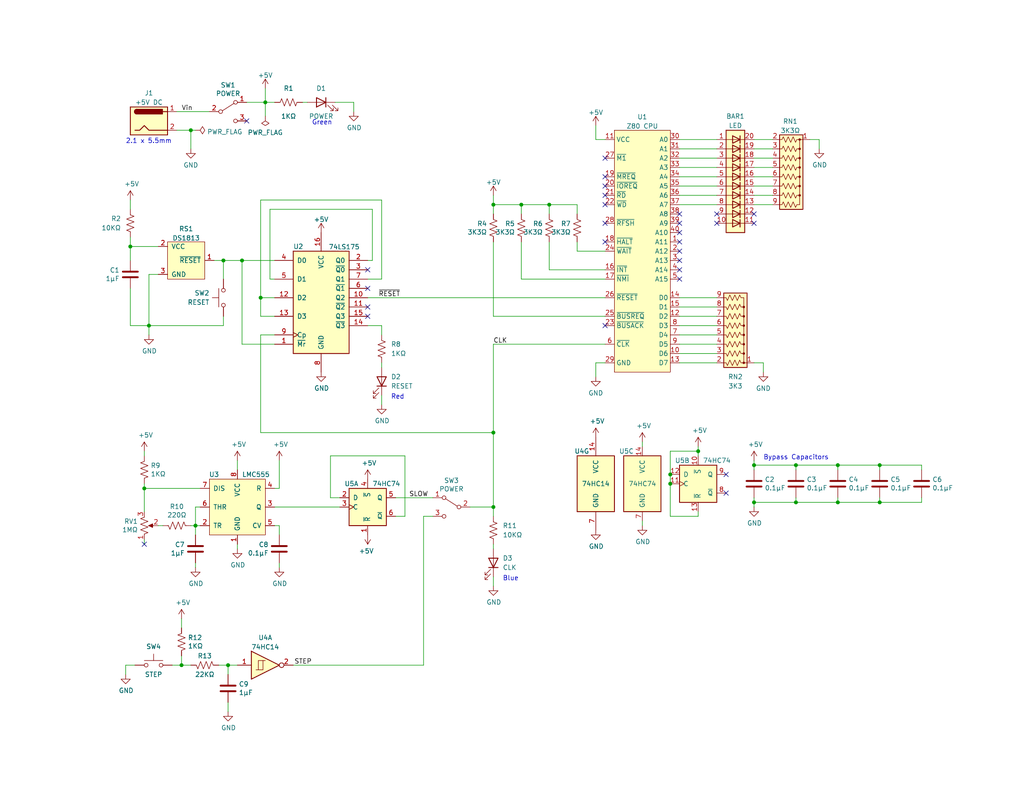
<source format=kicad_sch>
(kicad_sch (version 20211123) (generator eeschema)
  (paper "USLetter")
  (title_block (title "Part 1 - Testing the CPU") (date "2022-09-27") (rev "1") (company "The MicroHobbyist - Frederic Segard"))
  (lib_symbols
    (symbol "0_Fred's_Local_Library:LMC555" (pin_names (offset 1.016))
      (property "Reference" "U" (at -5.08 0 0))
      (property "Value" "LMC555" (at 1.27 0 0))
      (symbol "LMC555_1_1"
        (pin power_in line (at 0 -19.05 90) (length 2.54) (name "GND") (number "1"))
        (pin input line (at -10.16 -13.97 0) (length 2.54) (name "TR") (number "2"))
        (pin output line (at 10.16 -8.89 180) (length 2.54) (name "Q") (number "3"))
        (pin input line (at 10.16 -3.81 180) (length 2.54) (name "R") (number "4"))
        (pin input line (at 10.16 -13.97 180) (length 2.54) (name "CV") (number "5"))
        (pin input line (at -10.16 -8.89 0) (length 2.54) (name "THR") (number "6"))
        (pin input line (at -10.16 -3.81 0) (length 2.54) (name "DIS") (number "7"))
        (pin power_in line (at 0 1.27 270) (length 2.54) (name "VCC") (number "8"))
      )
    )
    (symbol "0_Z80_Library:DS1813" (pin_names (offset 1.016))
      (property "Reference" "RS" (at 0 2.54 0))
      (property "Value" "DS1813" (at 0 0 0))
      (symbol "DS1813_1_1"
        (pin output line (at 7.62 -6.35 180) (length 2.54) (name "~{RESET}") (number "1"))
        (pin input line (at -7.62 -2.54 0) (length 2.54) (name "VCC") (number "2"))
        (pin power_in line (at -7.62 -10.16 0) (length 2.54) (name "GND") (number "3"))
      )
    )
    (symbol "0_Z80_Library:Z80 CPU"
      (property "Reference" "U" (at -7.62 1.27 0))
      (property "Value" "Z80 CPU" (at 7.62 1.27 0))
      (symbol "Z80 CPU_1_1"
        (pin output line (at 10.16 -30.48 180) (length 2.54) (name "A11") (number "1"))
        (pin bidirectional line (at 10.16 -60.96 180) (length 2.54) (name "D6") (number "10"))
        (pin power_in line (at -10.16 -2.54 0) (length 2.54) (name "VCC") (number "11"))
        (pin bidirectional line (at 10.16 -50.8 180) (length 2.54) (name "D2") (number "12"))
        (pin bidirectional line (at 10.16 -63.5 180) (length 2.54) (name "D7") (number "13"))
        (pin bidirectional line (at 10.16 -45.72 180) (length 2.54) (name "D0") (number "14"))
        (pin bidirectional line (at 10.16 -48.26 180) (length 2.54) (name "D1") (number "15"))
        (pin input line (at -10.16 -38.1 0) (length 2.54) (name "~{INT}") (number "16"))
        (pin input line (at -10.16 -40.64 0) (length 2.54) (name "~{NMI}") (number "17"))
        (pin output line (at -10.16 -30.48 0) (length 2.54) (name "~{HALT}") (number "18"))
        (pin output line (at -10.16 -12.7 0) (length 2.54) (name "~{MREQ}") (number "19"))
        (pin output line (at 10.16 -33.02 180) (length 2.54) (name "A12") (number "2"))
        (pin output line (at -10.16 -15.24 0) (length 2.54) (name "~{IOREQ}") (number "20"))
        (pin output line (at -10.16 -17.78 0) (length 2.54) (name "~{RD}") (number "21"))
        (pin output line (at -10.16 -20.32 0) (length 2.54) (name "~{WD}") (number "22"))
        (pin output line (at -10.16 -53.34 0) (length 2.54) (name "~{BUSACK}") (number "23"))
        (pin input line (at -10.16 -33.02 0) (length 2.54) (name "~{WAIT}") (number "24"))
        (pin input line (at -10.16 -50.8 0) (length 2.54) (name "~{BUSREQ}") (number "25"))
        (pin input line (at -10.16 -45.72 0) (length 2.54) (name "~{RESET}") (number "26"))
        (pin output line (at -10.16 -7.62 0) (length 2.54) (name "~{M1}") (number "27"))
        (pin output line (at -10.16 -25.4 0) (length 2.54) (name "~{RFSH}") (number "28"))
        (pin power_in line (at -10.16 -63.5 0) (length 2.54) (name "GND") (number "29"))
        (pin output line (at 10.16 -35.56 180) (length 2.54) (name "A13") (number "3"))
        (pin output line (at 10.16 -2.54 180) (length 2.54) (name "A0") (number "30"))
        (pin output line (at 10.16 -5.08 180) (length 2.54) (name "A1") (number "31"))
        (pin output line (at 10.16 -7.62 180) (length 2.54) (name "A2") (number "32"))
        (pin output line (at 10.16 -10.16 180) (length 2.54) (name "A3") (number "33"))
        (pin output line (at 10.16 -12.7 180) (length 2.54) (name "A4") (number "34"))
        (pin output line (at 10.16 -15.24 180) (length 2.54) (name "A5") (number "35"))
        (pin output line (at 10.16 -17.78 180) (length 2.54) (name "A6") (number "36"))
        (pin output line (at 10.16 -20.32 180) (length 2.54) (name "A7") (number "37"))
        (pin output line (at 10.16 -22.86 180) (length 2.54) (name "A8") (number "38"))
        (pin output line (at 10.16 -25.4 180) (length 2.54) (name "A9") (number "39"))
        (pin output line (at 10.16 -38.1 180) (length 2.54) (name "A14") (number "4"))
        (pin output line (at 10.16 -27.94 180) (length 2.54) (name "A10") (number "40"))
        (pin output line (at 10.16 -40.64 180) (length 2.54) (name "A15") (number "5"))
        (pin input line (at -10.16 -58.42 0) (length 2.54) (name "~{CLK}") (number "6"))
        (pin bidirectional line (at 10.16 -55.88 180) (length 2.54) (name "D4") (number "7"))
        (pin bidirectional line (at 10.16 -53.34 180) (length 2.54) (name "D3") (number "8"))
        (pin bidirectional line (at 10.16 -58.42 180) (length 2.54) (name "D5") (number "9"))
      )
    )
    (symbol "74xx:74HC14" (pin_names (offset 1.016))
      (property "Reference" "U" (at 0 1.27 0))
      (property "Value" "74HC14" (at 0 -1.27 0))
      (symbol "74HC14_1_0"
        (pin input line (at -7.62 0 0) (length 3.81) (name "~") (number "1"))
        (pin output inverted (at 7.62 0 180) (length 3.81) (name "~") (number "2"))
      )
      (symbol "74HC14_2_0"
        (pin input line (at -7.62 0 0) (length 3.81) (name "~") (number "3"))
        (pin output inverted (at 7.62 0 180) (length 3.81) (name "~") (number "4"))
      )
      (symbol "74HC14_3_0"
        (pin input line (at -7.62 0 0) (length 3.81) (name "~") (number "5"))
        (pin output inverted (at 7.62 0 180) (length 3.81) (name "~") (number "6"))
      )
      (symbol "74HC14_4_0"
        (pin output inverted (at 7.62 0 180) (length 3.81) (name "~") (number "8"))
        (pin input line (at -7.62 0 0) (length 3.81) (name "~") (number "9"))
      )
      (symbol "74HC14_5_0"
        (pin output inverted (at 7.62 0 180) (length 3.81) (name "~") (number "10"))
        (pin input line (at -7.62 0 0) (length 3.81) (name "~") (number "11"))
      )
      (symbol "74HC14_6_0"
        (pin output inverted (at 7.62 0 180) (length 3.81) (name "~") (number "12"))
        (pin input line (at -7.62 0 0) (length 3.81) (name "~") (number "13"))
      )
      (symbol "74HC14_7_0"
        (pin power_in line (at 0 12.7 270) (length 5.08) (name "VCC") (number "14"))
        (pin power_in line (at 0 -12.7 90) (length 5.08) (name "GND") (number "7"))
      )
    )
    (symbol "74xx:74HC74" (pin_names (offset 1.016))
      (property "Reference" "U" (at -7.62 8.89 0))
      (property "Value" "74HC74" (at -7.62 -8.89 0))
      (symbol "74HC74_1_0"
        (pin input line (at 0 -7.62 90) (length 2.54) (name "~{R}") (number "1"))
        (pin input line (at -7.62 2.54 0) (length 2.54) (name "D") (number "2"))
        (pin input clock (at -7.62 0 0) (length 2.54) (name "C") (number "3"))
        (pin input line (at 0 7.62 270) (length 2.54) (name "~{S}") (number "4"))
        (pin output line (at 7.62 2.54 180) (length 2.54) (name "Q") (number "5"))
        (pin output line (at 7.62 -2.54 180) (length 2.54) (name "~{Q}") (number "6"))
      )
      (symbol "74HC74_2_0"
        (pin input line (at 0 7.62 270) (length 2.54) (name "~{S}") (number "10"))
        (pin input clock (at -7.62 0 0) (length 2.54) (name "C") (number "11"))
        (pin input line (at -7.62 2.54 0) (length 2.54) (name "D") (number "12"))
        (pin input line (at 0 -7.62 90) (length 2.54) (name "~{R}") (number "13"))
        (pin output line (at 7.62 -2.54 180) (length 2.54) (name "~{Q}") (number "8"))
        (pin output line (at 7.62 2.54 180) (length 2.54) (name "Q") (number "9"))
      )
      (symbol "74HC74_3_0"
        (pin power_in line (at 0 10.16 270) (length 2.54) (name "VCC") (number "14"))
        (pin power_in line (at 0 -10.16 90) (length 2.54) (name "GND") (number "7"))
      )
    )
    (symbol "74xx:74LS175" (pin_names (offset 1.016))
      (property "Reference" "U" (at -7.62 13.97 0))
      (property "Value" "74LS175" (at -7.62 -16.51 0))
      (symbol "74LS175_1_0"
        (pin input line (at -12.7 -12.7 0) (length 5.08) (name "~{Mr}") (number "1"))
        (pin output line (at 12.7 0 180) (length 5.08) (name "Q2") (number "10"))
        (pin output line (at 12.7 -2.54 180) (length 5.08) (name "~{Q2}") (number "11"))
        (pin input line (at -12.7 0 0) (length 5.08) (name "D2") (number "12"))
        (pin input line (at -12.7 -5.08 0) (length 5.08) (name "D3") (number "13"))
        (pin output line (at 12.7 -7.62 180) (length 5.08) (name "~{Q3}") (number "14"))
        (pin output line (at 12.7 -5.08 180) (length 5.08) (name "Q3") (number "15"))
        (pin power_in line (at 0 17.78 270) (length 5.08) (name "VCC") (number "16"))
        (pin output line (at 12.7 10.16 180) (length 5.08) (name "Q0") (number "2"))
        (pin output line (at 12.7 7.62 180) (length 5.08) (name "~{Q0}") (number "3"))
        (pin input line (at -12.7 10.16 0) (length 5.08) (name "D0") (number "4"))
        (pin input line (at -12.7 5.08 0) (length 5.08) (name "D1") (number "5"))
        (pin output line (at 12.7 2.54 180) (length 5.08) (name "~{Q1}") (number "6"))
        (pin output line (at 12.7 5.08 180) (length 5.08) (name "Q1") (number "7"))
        (pin power_in line (at 0 -20.32 90) (length 5.08) (name "GND") (number "8"))
        (pin input clock (at -12.7 -10.16 0) (length 5.08) (name "Cp") (number "9"))
      )
    )
    (symbol "Connector:Barrel_Jack" (pin_names (offset 1.016))
      (property "Reference" "J" (at 0 5.334 0))
      (property "Value" "Barrel_Jack" (at 0 -5.08 0))
      (symbol "Barrel_Jack_1_1"
        (pin passive line (at 7.62 2.54 180) (length 2.54) (name "~") (number "1"))
        (pin passive line (at 7.62 -2.54 180) (length 2.54) (name "~") (number "2"))
      )
    )
    (symbol "Device:C" (pin_numbers hide) (pin_names (offset 0.254))
      (property "Reference" "C" (at 0.635 2.54 0))
      (property "Value" "C" (at 0.635 -2.54 0))
      (symbol "C_1_1"
        (pin passive line (at 0 3.81 270) (length 2.794) (name "~") (number "1"))
        (pin passive line (at 0 -3.81 90) (length 2.794) (name "~") (number "2"))
      )
    )
    (symbol "Device:LED" (pin_numbers hide) (pin_names (offset 1.016) hide)
      (property "Reference" "D" (at 0 2.54 0))
      (property "Value" "LED" (at 0 -2.54 0))
      (symbol "LED_1_1"
        (pin passive line (at -3.81 0 0) (length 2.54) (name "K") (number "1"))
        (pin passive line (at 3.81 0 180) (length 2.54) (name "A") (number "2"))
      )
    )
    (symbol "Device:R_Network08_US" (pin_names (offset 0) hide)
      (property "Reference" "RN" (at -12.7 0 90))
      (property "Value" "R_Network08_US" (at 10.16 0 90))
      (symbol "R_Network08_US_1_1"
        (pin passive line (at -10.16 5.08 270) (length 2.54) (name "common") (number "1"))
        (pin passive line (at -10.16 -5.08 90) (length 1.27) (name "R1") (number "2"))
        (pin passive line (at -7.62 -5.08 90) (length 1.27) (name "R2") (number "3"))
        (pin passive line (at -5.08 -5.08 90) (length 1.27) (name "R3") (number "4"))
        (pin passive line (at -2.54 -5.08 90) (length 1.27) (name "R4") (number "5"))
        (pin passive line (at 0 -5.08 90) (length 1.27) (name "R5") (number "6"))
        (pin passive line (at 2.54 -5.08 90) (length 1.27) (name "R6") (number "7"))
        (pin passive line (at 5.08 -5.08 90) (length 1.27) (name "R7") (number "8"))
        (pin passive line (at 7.62 -5.08 90) (length 1.27) (name "R8") (number "9"))
      )
    )
    (symbol "Device:R_US" (pin_numbers hide) (pin_names (offset 0))
      (property "Reference" "R" (at 2.54 0 90))
      (property "Value" "R_US" (at -2.54 0 90))
      (symbol "R_US_1_1"
        (pin passive line (at 0 3.81 270) (length 1.27) (name "~") (number "1"))
        (pin passive line (at 0 -3.81 90) (length 1.27) (name "~") (number "2"))
      )
    )
    (symbol "LED:HDSP-4830_2" (pin_names (offset 1.016) hide)
      (property "Reference" "BAR" (at 0 15.24 0))
      (property "Value" "HDSP-4830_2" (at 0 -17.78 0))
      (symbol "HDSP-4830_2_1_1"
        (pin passive line (at -5.08 10.16 0) (length 2.54) (name "A") (number "1"))
        (pin passive line (at -5.08 -12.7 0) (length 2.54) (name "A") (number "10"))
        (pin passive line (at 5.08 -12.7 180) (length 2.54) (name "K") (number "11"))
        (pin passive line (at 5.08 -10.16 180) (length 2.54) (name "K") (number "12"))
        (pin passive line (at 5.08 -7.62 180) (length 2.54) (name "K") (number "13"))
        (pin passive line (at 5.08 -5.08 180) (length 2.54) (name "K") (number "14"))
        (pin passive line (at 5.08 -2.54 180) (length 2.54) (name "K") (number "15"))
        (pin passive line (at 5.08 0 180) (length 2.54) (name "K") (number "16"))
        (pin passive line (at 5.08 2.54 180) (length 2.54) (name "K") (number "17"))
        (pin passive line (at 5.08 5.08 180) (length 2.54) (name "K") (number "18"))
        (pin passive line (at 5.08 7.62 180) (length 2.54) (name "K") (number "19"))
        (pin passive line (at -5.08 7.62 0) (length 2.54) (name "A") (number "2"))
        (pin passive line (at 5.08 10.16 180) (length 2.54) (name "K") (number "20"))
        (pin passive line (at -5.08 5.08 0) (length 2.54) (name "A") (number "3"))
        (pin passive line (at -5.08 2.54 0) (length 2.54) (name "A") (number "4"))
        (pin passive line (at -5.08 0 0) (length 2.54) (name "A") (number "5"))
        (pin passive line (at -5.08 -2.54 0) (length 2.54) (name "A") (number "6"))
        (pin passive line (at -5.08 -5.08 0) (length 2.54) (name "A") (number "7"))
        (pin passive line (at -5.08 -7.62 0) (length 2.54) (name "A") (number "8"))
        (pin passive line (at -5.08 -10.16 0) (length 2.54) (name "A") (number "9"))
      )
    )
    (symbol "Part-1---Testing-the-Z80-rescue:R_POT_US-Device" (pin_names (offset 1.016) hide)
      (property "Reference" "RV" (at -4.445 0 90))
      (property "Value" "R_POT_US-Device" (at -2.54 0 90))
      (symbol "R_POT_US-Device_1_1"
        (pin passive line (at 0 3.81 270) (length 1.27) (name "1") (number "1"))
        (pin passive line (at 3.81 0 180) (length 1.27) (name "2") (number "2"))
        (pin passive line (at 0 -3.81 90) (length 1.27) (name "3") (number "3"))
      )
    )
    (symbol "Switch:SW_Push" (pin_numbers hide) (pin_names (offset 1.016) hide)
      (property "Reference" "SW" (at 1.27 2.54 0))
      (property "Value" "SW_Push" (at 0 -1.524 0))
      (symbol "SW_Push_0_1"
        (pin passive line (at -5.08 0 0) (length 2.54) (name "1") (number "1"))
        (pin passive line (at 5.08 0 180) (length 2.54) (name "2") (number "2"))
      )
    )
    (symbol "Switch:SW_SPDT" (pin_names (offset 0) hide)
      (property "Reference" "SW" (at 0 4.318 0))
      (property "Value" "SW_SPDT" (at 0 -5.08 0))
      (symbol "SW_SPDT_1_1"
        (pin passive line (at 5.08 2.54 180) (length 2.54) (name "A") (number "1"))
        (pin passive line (at -5.08 0 0) (length 2.54) (name "B") (number "2"))
        (pin passive line (at 5.08 -2.54 180) (length 2.54) (name "C") (number "3"))
      )
    )
    (symbol "power:+5V" (power) (pin_names (offset 0))
      (property "Value" "+5V" (at 0 3.556 0))
      (symbol "+5V_1_1"
        (pin power_in line (at 0 0 90) (length 0) hide (name "+5V") (number "1"))
      )
    )
    (symbol "power:GND" (power) (pin_names (offset 0))
      (property "Value" "GND" (at 0 -3.81 0))
      (symbol "GND_1_1"
        (pin power_in line (at 0 0 270) (length 0) hide (name "GND") (number "1"))
      )
    )
    (symbol "power:PWR_FLAG" (power) (pin_numbers hide) (pin_names (offset 0) hide)
      (property "Value" "PWR_FLAG" (at 0 3.81 0))
      (symbol "PWR_FLAG_0_0"
        (pin power_out line (at 0 0 90) (length 0) (name "pwr") (number "1"))
      )
    )
  )
  (junction (at 39.37 133.35))
  (junction (at 205.74 127))
  (junction (at 182.88 129.54))
  (junction (at 182.88 132.08))
  (junction (at 60.96 71.12))
  (junction (at 40.64 88.9))
  (junction (at 49.53 181.61))
  (junction (at 134.62 55.88))
  (junction (at 228.6 127))
  (junction (at 149.86 55.88))
  (junction (at 228.6 137.16))
  (junction (at 217.17 137.16))
  (junction (at 134.62 118.11))
  (junction (at 71.12 81.28))
  (junction (at 217.17 127))
  (junction (at 53.34 143.51))
  (junction (at 190.5 123.19))
  (junction (at 35.56 67.31))
  (junction (at 52.07 35.56))
  (junction (at 142.24 55.88))
  (junction (at 66.04 71.12))
  (junction (at 62.23 181.61))
  (junction (at 72.39 27.94))
  (junction (at 205.74 137.16))
  (junction (at 240.03 127))
  (junction (at 134.62 138.43))
  (junction (at 240.03 137.16))
  (no_connect (at 100.33 73.66))
  (no_connect (at 165.1 88.9))
  (no_connect (at 205.74 60.96))
  (no_connect (at 195.58 60.96))
  (no_connect (at 165.1 43.18))
  (no_connect (at 198.12 129.54))
  (no_connect (at 198.12 134.62))
  (no_connect (at 100.33 83.82))
  (no_connect (at 165.1 53.34))
  (no_connect (at 165.1 50.8))
  (no_connect (at 165.1 48.26))
  (no_connect (at 165.1 55.88))
  (no_connect (at 165.1 66.04))
  (no_connect (at 100.33 86.36))
  (no_connect (at 39.37 148.59))
  (no_connect (at 165.1 60.96))
  (no_connect (at 185.42 76.2))
  (no_connect (at 185.42 71.12))
  (no_connect (at 185.42 73.66))
  (no_connect (at 185.42 63.5))
  (no_connect (at 185.42 66.04))
  (no_connect (at 185.42 68.58))
  (no_connect (at 185.42 58.42))
  (no_connect (at 185.42 60.96))
  (no_connect (at 67.31 33.02))
  (no_connect (at 205.74 58.42))
  (no_connect (at 195.58 58.42))
  (no_connect (at 100.33 78.74))
  (wire (pts (xy 185.42 48.26) (xy 195.58 48.26)))
  (wire (pts (xy 39.37 132.08) (xy 39.37 133.35)))
  (wire (pts (xy 162.56 99.06) (xy 162.56 102.87)))
  (wire (pts (xy 72.39 27.94) (xy 72.39 31.75)))
  (wire (pts (xy 240.03 128.27) (xy 240.03 127)))
  (wire (pts (xy 134.62 53.34) (xy 134.62 55.88)))
  (wire (pts (xy 39.37 123.19) (xy 39.37 124.46)))
  (wire (pts (xy 74.93 91.44) (xy 71.12 91.44)))
  (wire (pts (xy 96.52 30.48) (xy 96.52 27.94)))
  (wire (pts (xy 104.14 76.2) (xy 104.14 54.61)))
  (wire (pts (xy 149.86 55.88) (xy 142.24 55.88)))
  (wire (pts (xy 107.95 135.89) (xy 118.11 135.89)))
  (wire (pts (xy 76.2 133.35) (xy 74.93 133.35)))
  (wire (pts (xy 162.56 34.29) (xy 162.56 38.1)))
  (wire (pts (xy 134.62 93.98) (xy 165.1 93.98)))
  (wire (pts (xy 205.74 137.16) (xy 217.17 137.16)))
  (wire (pts (xy 110.49 140.97) (xy 110.49 124.46)))
  (wire (pts (xy 134.62 138.43) (xy 134.62 140.97)))
  (wire (pts (xy 76.2 125.73) (xy 76.2 133.35)))
  (wire (pts (xy 115.57 181.61) (xy 80.01 181.61)))
  (wire (pts (xy 134.62 149.86) (xy 134.62 148.59)))
  (wire (pts (xy 142.24 66.04) (xy 142.24 76.2)))
  (wire (pts (xy 190.5 123.19) (xy 182.88 123.19)))
  (wire (pts (xy 71.12 91.44) (xy 71.12 118.11)))
  (wire (pts (xy 134.62 66.04) (xy 134.62 86.36)))
  (wire (pts (xy 66.04 71.12) (xy 66.04 93.98)))
  (wire (pts (xy 182.88 140.97) (xy 190.5 140.97)))
  (wire (pts (xy 157.48 58.42) (xy 157.48 55.88)))
  (wire (pts (xy 149.86 73.66) (xy 165.1 73.66)))
  (wire (pts (xy 182.88 123.19) (xy 182.88 129.54)))
  (wire (pts (xy 223.52 40.64) (xy 223.52 38.1)))
  (wire (pts (xy 182.88 129.54) (xy 182.88 132.08)))
  (wire (pts (xy 185.42 40.64) (xy 195.58 40.64)))
  (wire (pts (xy 101.6 57.15) (xy 73.66 57.15)))
  (wire (pts (xy 76.2 154.94) (xy 76.2 153.67)))
  (wire (pts (xy 205.74 137.16) (xy 205.74 138.43)))
  (wire (pts (xy 217.17 135.89) (xy 217.17 137.16)))
  (wire (pts (xy 205.74 50.8) (xy 210.82 50.8)))
  (wire (pts (xy 185.42 43.18) (xy 195.58 43.18)))
  (wire (pts (xy 40.64 74.93) (xy 40.64 88.9)))
  (wire (pts (xy 104.14 100.33) (xy 104.14 99.06)))
  (wire (pts (xy 46.99 181.61) (xy 49.53 181.61)))
  (wire (pts (xy 53.34 143.51) (xy 53.34 138.43)))
  (wire (pts (xy 36.83 181.61) (xy 34.29 181.61)))
  (wire (pts (xy 71.12 54.61) (xy 71.12 81.28)))
  (wire (pts (xy 90.17 135.89) (xy 92.71 135.89)))
  (wire (pts (xy 43.18 74.93) (xy 40.64 74.93)))
  (wire (pts (xy 185.42 99.06) (xy 195.58 99.06)))
  (wire (pts (xy 205.74 45.72) (xy 210.82 45.72)))
  (wire (pts (xy 104.14 54.61) (xy 71.12 54.61)))
  (wire (pts (xy 62.23 191.77) (xy 62.23 194.31)))
  (wire (pts (xy 149.86 55.88) (xy 149.86 58.42)))
  (wire (pts (xy 228.6 137.16) (xy 240.03 137.16)))
  (wire (pts (xy 66.04 93.98) (xy 74.93 93.98)))
  (wire (pts (xy 205.74 53.34) (xy 210.82 53.34)))
  (wire (pts (xy 185.42 50.8) (xy 195.58 50.8)))
  (wire (pts (xy 190.5 140.97) (xy 190.5 139.7)))
  (wire (pts (xy 60.96 76.2) (xy 60.96 71.12)))
  (wire (pts (xy 185.42 55.88) (xy 195.58 55.88)))
  (wire (pts (xy 228.6 127) (xy 217.17 127)))
  (wire (pts (xy 165.1 38.1) (xy 162.56 38.1)))
  (wire (pts (xy 228.6 135.89) (xy 228.6 137.16)))
  (wire (pts (xy 134.62 138.43) (xy 128.27 138.43)))
  (wire (pts (xy 72.39 24.13) (xy 72.39 27.94)))
  (wire (pts (xy 185.42 91.44) (xy 195.58 91.44)))
  (wire (pts (xy 76.2 143.51) (xy 76.2 146.05)))
  (wire (pts (xy 185.42 86.36) (xy 195.58 86.36)))
  (wire (pts (xy 74.93 143.51) (xy 76.2 143.51)))
  (wire (pts (xy 39.37 133.35) (xy 39.37 139.7)))
  (wire (pts (xy 59.69 181.61) (xy 62.23 181.61)))
  (wire (pts (xy 107.95 140.97) (xy 110.49 140.97)))
  (wire (pts (xy 134.62 86.36) (xy 165.1 86.36)))
  (wire (pts (xy 205.74 127) (xy 205.74 128.27)))
  (wire (pts (xy 49.53 179.07) (xy 49.53 181.61)))
  (wire (pts (xy 104.14 88.9) (xy 104.14 91.44)))
  (wire (pts (xy 35.56 88.9) (xy 40.64 88.9)))
  (wire (pts (xy 60.96 71.12) (xy 66.04 71.12)))
  (wire (pts (xy 240.03 137.16) (xy 251.46 137.16)))
  (wire (pts (xy 52.07 35.56) (xy 48.26 35.56)))
  (wire (pts (xy 205.74 38.1) (xy 210.82 38.1)))
  (wire (pts (xy 64.77 128.27) (xy 64.77 125.73)))
  (wire (pts (xy 205.74 48.26) (xy 210.82 48.26)))
  (wire (pts (xy 142.24 55.88) (xy 134.62 55.88)))
  (wire (pts (xy 48.26 30.48) (xy 57.15 30.48)))
  (wire (pts (xy 228.6 128.27) (xy 228.6 127)))
  (wire (pts (xy 157.48 68.58) (xy 165.1 68.58)))
  (wire (pts (xy 217.17 127) (xy 205.74 127)))
  (wire (pts (xy 134.62 118.11) (xy 134.62 93.98)))
  (wire (pts (xy 217.17 128.27) (xy 217.17 127)))
  (wire (pts (xy 149.86 66.04) (xy 149.86 73.66)))
  (wire (pts (xy 39.37 133.35) (xy 54.61 133.35)))
  (wire (pts (xy 71.12 81.28) (xy 74.93 81.28)))
  (wire (pts (xy 49.53 181.61) (xy 52.07 181.61)))
  (wire (pts (xy 240.03 135.89) (xy 240.03 137.16)))
  (wire (pts (xy 43.18 143.51) (xy 44.45 143.51)))
  (wire (pts (xy 118.11 140.97) (xy 115.57 140.97)))
  (wire (pts (xy 58.42 71.12) (xy 60.96 71.12)))
  (wire (pts (xy 175.26 142.24) (xy 175.26 143.51)))
  (wire (pts (xy 175.26 121.92) (xy 175.26 120.65)))
  (wire (pts (xy 53.34 138.43) (xy 54.61 138.43)))
  (wire (pts (xy 142.24 55.88) (xy 142.24 58.42)))
  (wire (pts (xy 91.44 27.94) (xy 96.52 27.94)))
  (wire (pts (xy 54.61 143.51) (xy 53.34 143.51)))
  (wire (pts (xy 104.14 88.9) (xy 100.33 88.9)))
  (wire (pts (xy 40.64 88.9) (xy 60.96 88.9)))
  (wire (pts (xy 35.56 54.61) (xy 35.56 57.15)))
  (wire (pts (xy 205.74 55.88) (xy 210.82 55.88)))
  (wire (pts (xy 35.56 67.31) (xy 43.18 67.31)))
  (wire (pts (xy 67.31 27.94) (xy 72.39 27.94)))
  (wire (pts (xy 134.62 160.02) (xy 134.62 157.48)))
  (wire (pts (xy 71.12 118.11) (xy 134.62 118.11)))
  (wire (pts (xy 185.42 81.28) (xy 195.58 81.28)))
  (wire (pts (xy 83.82 27.94) (xy 82.55 27.94)))
  (wire (pts (xy 205.74 40.64) (xy 210.82 40.64)))
  (wire (pts (xy 35.56 78.74) (xy 35.56 88.9)))
  (wire (pts (xy 251.46 127) (xy 240.03 127)))
  (wire (pts (xy 66.04 71.12) (xy 74.93 71.12)))
  (wire (pts (xy 74.93 138.43) (xy 92.71 138.43)))
  (wire (pts (xy 110.49 124.46) (xy 90.17 124.46)))
  (wire (pts (xy 223.52 38.1) (xy 220.98 38.1)))
  (wire (pts (xy 73.66 76.2) (xy 74.93 76.2)))
  (wire (pts (xy 62.23 181.61) (xy 64.77 181.61)))
  (wire (pts (xy 60.96 86.36) (xy 60.96 88.9)))
  (wire (pts (xy 157.48 55.88) (xy 149.86 55.88)))
  (wire (pts (xy 100.33 71.12) (xy 101.6 71.12)))
  (wire (pts (xy 49.53 168.91) (xy 49.53 171.45)))
  (wire (pts (xy 251.46 128.27) (xy 251.46 127)))
  (wire (pts (xy 34.29 181.61) (xy 34.29 184.15)))
  (wire (pts (xy 62.23 184.15) (xy 62.23 181.61)))
  (wire (pts (xy 53.34 146.05) (xy 53.34 143.51)))
  (wire (pts (xy 100.33 76.2) (xy 104.14 76.2)))
  (wire (pts (xy 115.57 140.97) (xy 115.57 181.61)))
  (wire (pts (xy 52.07 40.64) (xy 52.07 35.56)))
  (wire (pts (xy 185.42 88.9) (xy 195.58 88.9)))
  (wire (pts (xy 71.12 81.28) (xy 71.12 86.36)))
  (wire (pts (xy 205.74 99.06) (xy 208.28 99.06)))
  (wire (pts (xy 185.42 38.1) (xy 195.58 38.1)))
  (wire (pts (xy 71.12 86.36) (xy 74.93 86.36)))
  (wire (pts (xy 208.28 99.06) (xy 208.28 101.6)))
  (wire (pts (xy 35.56 67.31) (xy 35.56 64.77)))
  (wire (pts (xy 104.14 110.49) (xy 104.14 107.95)))
  (wire (pts (xy 190.5 121.92) (xy 190.5 123.19)))
  (wire (pts (xy 40.64 91.44) (xy 40.64 88.9)))
  (wire (pts (xy 190.5 123.19) (xy 190.5 124.46)))
  (wire (pts (xy 142.24 76.2) (xy 165.1 76.2)))
  (wire (pts (xy 185.42 45.72) (xy 195.58 45.72)))
  (wire (pts (xy 73.66 57.15) (xy 73.66 76.2)))
  (wire (pts (xy 185.42 93.98) (xy 195.58 93.98)))
  (wire (pts (xy 205.74 125.73) (xy 205.74 127)))
  (wire (pts (xy 134.62 118.11) (xy 134.62 138.43)))
  (wire (pts (xy 185.42 96.52) (xy 195.58 96.52)))
  (wire (pts (xy 53.34 35.56) (xy 52.07 35.56)))
  (wire (pts (xy 240.03 127) (xy 228.6 127)))
  (wire (pts (xy 134.62 55.88) (xy 134.62 58.42)))
  (wire (pts (xy 157.48 66.04) (xy 157.48 68.58)))
  (wire (pts (xy 185.42 83.82) (xy 195.58 83.82)))
  (wire (pts (xy 100.33 81.28) (xy 165.1 81.28)))
  (wire (pts (xy 251.46 135.89) (xy 251.46 137.16)))
  (wire (pts (xy 205.74 43.18) (xy 210.82 43.18)))
  (wire (pts (xy 185.42 53.34) (xy 195.58 53.34)))
  (wire (pts (xy 53.34 154.94) (xy 53.34 153.67)))
  (wire (pts (xy 205.74 135.89) (xy 205.74 137.16)))
  (wire (pts (xy 35.56 71.12) (xy 35.56 67.31)))
  (wire (pts (xy 90.17 124.46) (xy 90.17 135.89)))
  (wire (pts (xy 64.77 149.86) (xy 64.77 148.59)))
  (wire (pts (xy 182.88 132.08) (xy 182.88 140.97)))
  (wire (pts (xy 39.37 147.32) (xy 39.37 148.59)))
  (wire (pts (xy 72.39 27.94) (xy 74.93 27.94)))
  (wire (pts (xy 217.17 137.16) (xy 228.6 137.16)))
  (wire (pts (xy 165.1 99.06) (xy 162.56 99.06)))
  (wire (pts (xy 53.34 143.51) (xy 52.07 143.51)))
  (wire (pts (xy 101.6 71.12) (xy 101.6 57.15)))
  (text "2.1 x 5.5mm" (at 34.29 39.37 0) (effects (font (size 1.27 1.27)) (justify left bottom)))
  (text "Green" (at 85.09 34.29 0) (effects (font (size 1.27 1.27)) (justify left bottom)))
  (text "Blue" (at 137.16 158.75 0) (effects (font (size 1.27 1.27)) (justify left bottom)))
  (text "Red" (at 106.656 109.172 0) (effects (font (size 1.27 1.27)) (justify left bottom)))
  (text "Bypass Capacitors" (at 208.28 125.73 0) (effects (font (size 1.27 1.27)) (justify left bottom)))
  (label "~{RESET}" (at 109.22 81.28 180))
  (label "STEP" (at 85.09 181.61 180))
  (label "Vin" (at 49.53 30.48 0))
  (label "CLK" (at 134.62 93.98 0))
  (label "SLOW" (at 116.84 135.89 180))
  (symbol (lib_id "Device:R_US") (at 39.37 128.27 0) (mirror y) (unit 1)
    (property "Reference" "R9" (at 41.0972 127.1016 0) (effects (justify right)))
    (property "Value" "1KΩ" (at 41.0972 129.413 0) (effects (justify right)))
    (property "Footprint" "Resistor_THT:R_Axial_DIN0207_L6.3mm_D2.5mm_P7.62mm_Horizontal" (effects hide))
  )
  (symbol (lib_id "power:+5V") (at 39.37 123.19 0) (unit 1)
    (property "Reference" "#PWR018" (effects hide))
    (property "Value" "+5V" (at 39.751 118.7958 0))
  )
  (symbol (lib_id "power:+5V") (at 205.74 125.73 0) (unit 1)
    (property "Reference" "#PWR021" (effects hide))
    (property "Value" "+5V" (at 206.121 121.3358 0))
  )
  (symbol (lib_id "Device:C") (at 217.17 132.08 0) (unit 1)
    (property "Reference" "C3" (at 220.091 130.9116 0) (effects (justify left)))
    (property "Value" "0.1µF" (at 220.091 133.223 0) (effects (justify left)))
    (property "Footprint" "Capacitor_THT:C_Disc_D3.0mm_W1.6mm_P2.50mm" (effects hide))
  )
  (symbol (lib_id "Device:C") (at 228.6 132.08 0) (unit 1)
    (property "Reference" "C4" (at 231.521 130.9116 0) (effects (justify left)))
    (property "Value" "0.1µF" (at 231.521 133.223 0) (effects (justify left)))
    (property "Footprint" "Capacitor_THT:C_Disc_D3.0mm_W1.6mm_P2.50mm" (effects hide))
  )
  (symbol (lib_id "Switch:SW_SPDT") (at 62.23 30.48 0) (unit 1)
    (property "Reference" "SW1" (at 62.23 23.241 0))
    (property "Value" "POWER" (at 62.23 25.5524 0))
    (property "Footprint" "Button_Switch_THT:SW_PUSH_6mm" (effects hide))
  )
  (symbol (lib_id "Connector:Barrel_Jack") (at 40.64 33.02 0) (unit 1)
    (property "Reference" "J1" (at 40.64 25.4 0))
    (property "Value" "+5V DC" (at 40.64 27.94 0))
    (property "Footprint" "Connector_BarrelJack:BarrelJack_Horizontal" (effects hide))
  )
  (symbol (lib_id "power:+5V") (at 64.77 125.73 0) (unit 1)
    (property "Reference" "#PWR019" (effects hide))
    (property "Value" "+5V" (at 65.151 121.3358 0))
  )
  (symbol (lib_id "power:GND") (at 64.77 149.86 0) (unit 1)
    (property "Reference" "#PWR027" (effects hide))
    (property "Value" "GND" (at 64.897 154.2542 0))
  )
  (symbol (lib_id "74xx:74HC74") (at 100.33 138.43 0) (unit 1)
    (property "Reference" "U5" (at 93.98 132.08 0) (effects (justify left)))
    (property "Value" "74HC74" (at 101.6 132.08 0) (effects (justify left)))
    (property "Footprint" "Package_DIP:DIP-14_W7.62mm_Socket" (effects hide))
    (property "Datasheet" "74xx/74hc_hct74.pdf" (effects hide))
  )
  (symbol (lib_id "power:+5V") (at 100.33 130.81 0) (unit 1)
    (property "Reference" "#PWR022" (effects hide))
    (property "Value" "+5V" (at 100.711 126.4158 0))
  )
  (symbol (lib_id "74xx:74HC74") (at 175.26 132.08 0) (unit 3)
    (property "Reference" "U5" (at 168.91 123.19 0) (effects (justify left)))
    (property "Value" "74HC74" (at 171.45 132.08 0) (effects (justify left)))
    (property "Footprint" "Package_DIP:DIP-14_W7.62mm_Socket" (effects hide))
    (property "Datasheet" "74xx/74hc_hct74.pdf" (effects hide))
  )
  (symbol (lib_id "power:+5V") (at 175.26 120.65 0) (unit 1)
    (property "Reference" "#PWR016" (effects hide))
    (property "Value" "+5V" (at 175.641 116.2558 0))
  )
  (symbol (lib_id "power:GND") (at 175.26 143.51 0) (unit 1)
    (property "Reference" "#PWR024" (effects hide))
    (property "Value" "GND" (at 175.387 147.9042 0))
  )
  (symbol (lib_id "Device:C") (at 76.2 149.86 0) (mirror y) (unit 1)
    (property "Reference" "C8" (at 73.279 148.6916 0) (effects (justify left)))
    (property "Value" "0.1µF" (at 73.279 151.003 0) (effects (justify left)))
    (property "Footprint" "Capacitor_THT:C_Disc_D3.0mm_W1.6mm_P2.50mm" (effects hide))
  )
  (symbol (lib_id "Device:R_US") (at 48.26 143.51 90) (mirror x) (unit 1)
    (property "Reference" "R10" (at 48.26 138.303 90))
    (property "Value" "220Ω" (at 48.26 140.6144 90))
    (property "Footprint" "Resistor_THT:R_Axial_DIN0207_L6.3mm_D2.5mm_P7.62mm_Horizontal" (effects hide))
  )
  (symbol (lib_id "0_Fred's_Local_Library:LMC555") (at 64.77 129.54 0) (unit 1)
    (property "Reference" "U3" (at 58.42 129.54 0))
    (property "Value" "LMC555" (at 69.85 129.54 0))
    (property "Footprint" "Package_DIP:DIP-8_W7.62mm_Socket" (effects hide))
  )
  (symbol (lib_id "power:+5V") (at 76.2 125.73 0) (unit 1)
    (property "Reference" "#PWR020" (effects hide))
    (property "Value" "+5V" (at 76.581 121.3358 0))
  )
  (symbol (lib_id "power:GND") (at 53.34 154.94 0) (unit 1)
    (property "Reference" "#PWR028" (effects hide))
    (property "Value" "GND" (at 53.467 159.3342 0))
  )
  (symbol (lib_id "power:GND") (at 76.2 154.94 0) (unit 1)
    (property "Reference" "#PWR029" (effects hide))
    (property "Value" "GND" (at 76.327 159.3342 0))
  )
  (symbol (lib_id "Part-1---Testing-the-Z80-rescue:R_POT_US-Device") (at 39.37 143.51 0) (mirror x) (unit 1)
    (property "Reference" "RV1" (at 37.6428 142.3416 0) (effects (justify right)))
    (property "Value" "1MΩ" (at 37.6428 144.653 0) (effects (justify right)))
    (property "Footprint" "Potentiometer_THT:Potentiometer_Bourns_3296W_Vertical" (effects hide))
  )
  (symbol (lib_id "power:GND") (at 205.74 138.43 0) (unit 1)
    (property "Reference" "#PWR023" (effects hide))
    (property "Value" "GND" (at 205.867 142.8242 0))
  )
  (symbol (lib_id "Device:C") (at 205.74 132.08 0) (unit 1)
    (property "Reference" "C2" (at 208.661 130.9116 0) (effects (justify left)))
    (property "Value" "0.1µF" (at 208.661 133.223 0) (effects (justify left)))
    (property "Footprint" "Capacitor_THT:C_Disc_D3.0mm_W1.6mm_P2.50mm" (effects hide))
  )
  (symbol (lib_id "power:+5V") (at 100.33 146.05 180) (unit 1)
    (property "Reference" "#PWR026" (effects hide))
    (property "Value" "+5V" (at 99.949 150.4442 0))
  )
  (symbol (lib_id "Device:C") (at 53.34 149.86 0) (mirror y) (unit 1)
    (property "Reference" "C7" (at 50.419 148.6916 0) (effects (justify left)))
    (property "Value" "1µF" (at 50.419 151.003 0) (effects (justify left)))
    (property "Footprint" "Capacitor_THT:C_Disc_D3.0mm_W1.6mm_P2.50mm" (effects hide))
  )
  (symbol (lib_id "Device:C") (at 35.56 74.93 0) (mirror y) (unit 1)
    (property "Reference" "C1" (at 32.639 73.7616 0) (effects (justify left)))
    (property "Value" "1µF" (at 32.639 76.073 0) (effects (justify left)))
    (property "Footprint" "Capacitor_THT:C_Disc_D3.0mm_W1.6mm_P2.50mm" (effects hide))
  )
  (symbol (lib_id "power:GND") (at 40.64 91.44 0) (unit 1)
    (property "Reference" "#PWR010" (effects hide))
    (property "Value" "GND" (at 40.767 95.8342 0))
  )
  (symbol (lib_id "power:+5V") (at 35.56 54.61 0) (unit 1)
    (property "Reference" "#PWR07" (effects hide))
    (property "Value" "+5V" (at 35.941 50.2158 0))
  )
  (symbol (lib_id "Switch:SW_Push") (at 60.96 81.28 90) (mirror x) (unit 1)
    (property "Reference" "SW2" (at 57.15 80.01 90) (effects (justify left)))
    (property "Value" "RESET" (at 57.15 82.55 90) (effects (justify left)))
    (property "Footprint" "Button_Switch_THT:SW_PUSH_6mm" (effects hide))
  )
  (symbol (lib_id "Device:R_US") (at 35.56 60.96 180) (unit 1)
    (property "Reference" "R2" (at 33.02 59.69 0) (effects (justify left)))
    (property "Value" "10KΩ" (at 33.02 62.23 0) (effects (justify left)))
    (property "Footprint" "Resistor_THT:R_Axial_DIN0207_L6.3mm_D2.5mm_P10.16mm_Horizontal" (effects hide))
  )
  (symbol (lib_id "Device:R_Network08_US") (at 200.66 88.9 270) (mirror x) (unit 1)
    (property "Reference" "RN2" (at 200.66 102.87 90))
    (property "Value" "3K3" (at 200.66 105.41 90))
    (property "Footprint" "Resistor_THT:R_Array_SIP9" (effects hide))
    (property "Datasheet" "http://www.vishay.com/docs/31509/csc.pdf" (effects hide))
  )
  (symbol (lib_id "Device:R_US") (at 134.62 62.23 0) (unit 1)
    (property "Reference" "R4" (at 132.8928 61.0616 0) (effects (justify right)))
    (property "Value" "3K3Ω" (at 132.8928 63.373 0) (effects (justify right)))
    (property "Footprint" "Resistor_THT:R_Axial_DIN0207_L6.3mm_D2.5mm_P7.62mm_Horizontal" (effects hide))
  )
  (symbol (lib_id "Device:R_US") (at 134.62 144.78 0) (unit 1)
    (property "Reference" "R11" (at 137.16 143.51 0) (effects (justify left)))
    (property "Value" "10KΩ" (at 137.16 146.05 0) (effects (justify left)))
    (property "Footprint" "Resistor_THT:R_Axial_DIN0207_L6.3mm_D2.5mm_P10.16mm_Horizontal" (effects hide))
  )
  (symbol (lib_id "Device:R_US") (at 149.86 62.23 0) (unit 1)
    (property "Reference" "R6" (at 148.1328 61.0616 0) (effects (justify right)))
    (property "Value" "3K3Ω" (at 148.1328 63.373 0) (effects (justify right)))
    (property "Footprint" "Resistor_THT:R_Axial_DIN0207_L6.3mm_D2.5mm_P7.62mm_Horizontal" (effects hide))
  )
  (symbol (lib_id "power:+5V") (at 134.62 53.34 0) (unit 1)
    (property "Reference" "#PWR06" (effects hide))
    (property "Value" "+5V" (at 134.62 49.7642 0))
  )
  (symbol (lib_id "Device:C") (at 251.46 132.08 0) (unit 1)
    (property "Reference" "C6" (at 254.381 130.9116 0) (effects (justify left)))
    (property "Value" "0.1µF" (at 254.381 133.223 0) (effects (justify left)))
    (property "Footprint" "Capacitor_THT:C_Disc_D3.0mm_W1.6mm_P2.50mm" (effects hide))
  )
  (symbol (lib_id "power:GND") (at 162.56 144.78 0) (unit 1)
    (property "Reference" "#PWR025" (effects hide))
    (property "Value" "GND" (at 162.687 149.1742 0))
  )
  (symbol (lib_id "power:GND") (at 208.28 101.6 0) (unit 1)
    (property "Reference" "#PWR012" (effects hide))
    (property "Value" "GND" (at 208.28 106.0434 0))
  )
  (symbol (lib_id "power:GND") (at 34.29 184.15 0) (unit 1)
    (property "Reference" "#PWR032" (effects hide))
    (property "Value" "GND" (at 34.417 188.5442 0))
  )
  (symbol (lib_id "power:GND") (at 87.63 101.6 0) (unit 1)
    (property "Reference" "#PWR011" (effects hide))
    (property "Value" "GND" (at 87.757 105.9942 0))
  )
  (symbol (lib_id "LED:HDSP-4830_2") (at 200.66 48.26 0) (unit 1)
    (property "Reference" "BAR1" (at 200.66 31.75 0))
    (property "Value" "LED" (at 200.66 34.29 0))
    (property "Footprint" "Display:HDSP-4830" (effects hide))
    (property "Datasheet" "https://docs.broadcom.com/docs/AV02-1798EN" (effects hide))
  )
  (symbol (lib_id "0_Z80_Library:DS1813") (at 50.8 64.77 0) (unit 1)
    (property "Reference" "RS1" (at 50.8 62.4672 0))
    (property "Value" "DS1813" (at 50.8 65.0041 0))
    (property "Footprint" "Package_TO_SOT_THT:TO-92L_Inline_Wide" (effects hide))
  )
  (symbol (lib_id "Device:LED") (at 104.14 104.14 270) (mirror x) (unit 1)
    (property "Reference" "D2" (at 106.68 102.87 90) (effects (justify left)))
    (property "Value" "RESET" (at 106.68 105.41 90) (effects (justify left)))
    (property "Footprint" "LED_THT:LED_D3.0mm" (effects hide))
  )
  (symbol (lib_id "74xx:74HC14") (at 162.56 132.08 0) (unit 7)
    (property "Reference" "U4" (at 158.75 123.19 0))
    (property "Value" "74HC14" (at 162.56 132.08 0))
    (property "Footprint" "Package_DIP:DIP-14_W7.62mm_Socket" (effects hide))
    (property "Datasheet" "http://www.ti.com/lit/gpn/sn74HC14" (effects hide))
  )
  (symbol (lib_id "power:+5V") (at 162.56 119.38 0) (unit 1)
    (property "Reference" "#PWR015" (effects hide))
    (property "Value" "+5V" (at 162.941 114.9858 0))
  )
  (symbol (lib_id "Device:R_US") (at 55.88 181.61 90) (mirror x) (unit 1)
    (property "Reference" "R13" (at 55.88 179.07 90))
    (property "Value" "22KΩ" (at 55.88 184.15 90))
    (property "Footprint" "Resistor_THT:R_Axial_DIN0207_L6.3mm_D2.5mm_P7.62mm_Horizontal" (effects hide))
  )
  (symbol (lib_id "power:GND") (at 62.23 194.31 0) (unit 1)
    (property "Reference" "#PWR033" (effects hide))
    (property "Value" "GND" (at 62.357 198.7042 0))
  )
  (symbol (lib_id "power:GND") (at 134.62 160.02 0) (unit 1)
    (property "Reference" "#PWR030" (effects hide))
    (property "Value" "GND" (at 134.747 164.4142 0))
  )
  (symbol (lib_id "0_Z80_Library:Z80 CPU") (at 175.26 35.56 0) (unit 1)
    (property "Reference" "U1" (at 175.26 31.911 0))
    (property "Value" "Z80 CPU" (at 175.26 34.4479 0))
    (property "Footprint" "Package_DIP:DIP-40_W25.4mm_Socket" (effects hide))
  )
  (symbol (lib_id "Device:R_Network08_US") (at 215.9 48.26 270) (unit 1)
    (property "Reference" "RN1" (at 215.646 33.1302 90))
    (property "Value" "3K3Ω" (at 215.646 35.6671 90))
    (property "Footprint" "Resistor_THT:R_Array_SIP9" (effects hide))
    (property "Datasheet" "http://www.vishay.com/docs/31509/csc.pdf" (effects hide))
  )
  (symbol (lib_id "power:+5V") (at 162.56 34.29 0) (unit 1)
    (property "Reference" "#PWR03" (effects hide))
    (property "Value" "+5V" (at 162.56 30.7142 0))
  )
  (symbol (lib_id "power:+5V") (at 49.53 168.91 0) (unit 1)
    (property "Reference" "#PWR031" (effects hide))
    (property "Value" "+5V" (at 49.911 164.5158 0))
  )
  (symbol (lib_id "74xx:74LS175") (at 87.63 81.28 0) (unit 1)
    (property "Reference" "U2" (at 80.01 67.31 0) (effects (justify left)))
    (property "Value" "74LS175" (at 89.6494 67.4171 0) (effects (justify left)))
    (property "Footprint" "Package_DIP:DIP-16_W7.62mm_Socket" (effects hide))
    (property "Datasheet" "http://www.ti.com/lit/gpn/sn74LS175" (effects hide))
  )
  (symbol (lib_id "Device:R_US") (at 49.53 175.26 0) (mirror y) (unit 1)
    (property "Reference" "R12" (at 51.2572 174.0916 0) (effects (justify right)))
    (property "Value" "1KΩ" (at 51.2572 176.403 0) (effects (justify right)))
    (property "Footprint" "Resistor_THT:R_Axial_DIN0207_L6.3mm_D2.5mm_P7.62mm_Horizontal" (effects hide))
  )
  (symbol (lib_id "Switch:SW_Push") (at 41.91 181.61 0) (mirror y) (unit 1)
    (property "Reference" "SW4" (at 41.91 176.53 0))
    (property "Value" "STEP" (at 41.91 184.15 0))
    (property "Footprint" "Button_Switch_THT:SW_PUSH_6mm" (effects hide))
  )
  (symbol (lib_id "Switch:SW_SPDT") (at 123.19 138.43 0) (mirror y) (unit 1)
    (property "Reference" "SW3" (at 123.19 131.191 0))
    (property "Value" "POWER" (at 123.19 133.5024 0))
    (property "Footprint" "Button_Switch_THT:SW_PUSH_6mm" (effects hide))
  )
  (symbol (lib_id "Device:LED") (at 134.62 153.67 270) (mirror x) (unit 1)
    (property "Reference" "D3" (at 137.16 152.4 90) (effects (justify left)))
    (property "Value" "CLK" (at 137.16 154.94 90) (effects (justify left)))
    (property "Footprint" "LED_THT:LED_D3.0mm" (effects hide))
  )
  (symbol (lib_id "power:+5V") (at 190.5 121.92 0) (unit 1)
    (property "Reference" "#PWR017" (effects hide))
    (property "Value" "+5V" (at 190.881 117.5258 0))
  )
  (symbol (lib_id "Device:R_US") (at 157.48 62.23 0) (unit 1)
    (property "Reference" "R7" (at 155.7528 61.0616 0) (effects (justify right)))
    (property "Value" "3K3Ω" (at 155.7528 63.373 0) (effects (justify right)))
    (property "Footprint" "Resistor_THT:R_Axial_DIN0207_L6.3mm_D2.5mm_P7.62mm_Horizontal" (effects hide))
  )
  (symbol (lib_id "power:GND") (at 223.52 40.64 0) (unit 1)
    (property "Reference" "#PWR05" (effects hide))
    (property "Value" "GND" (at 223.647 45.0342 0))
  )
  (symbol (lib_id "power:+5V") (at 72.39 24.13 0) (unit 1)
    (property "Reference" "#PWR01" (effects hide))
    (property "Value" "+5V" (at 72.39 20.5542 0))
  )
  (symbol (lib_id "Device:R_US") (at 78.74 27.94 90) (unit 1)
    (property "Reference" "R1" (at 78.74 24.13 90))
    (property "Value" "1KΩ" (at 78.74 31.75 90))
    (property "Footprint" "Resistor_THT:R_Axial_DIN0207_L6.3mm_D2.5mm_P10.16mm_Horizontal" (effects hide))
  )
  (symbol (lib_id "power:GND") (at 96.52 30.48 0) (unit 1)
    (property "Reference" "#PWR02" (effects hide))
    (property "Value" "GND" (at 96.647 34.8742 0))
  )
  (symbol (lib_id "power:PWR_FLAG") (at 53.34 35.56 270) (unit 1)
    (property "Reference" "#FLG02" (effects hide))
    (property "Value" "PWR_FLAG" (at 56.515 35.9938 90) (effects (justify left)))
  )
  (symbol (lib_id "power:GND") (at 104.14 110.49 0) (unit 1)
    (property "Reference" "#PWR014" (effects hide))
    (property "Value" "GND" (at 104.267 114.8842 0))
  )
  (symbol (lib_id "Device:R_US") (at 142.24 62.23 0) (unit 1)
    (property "Reference" "R5" (at 140.5128 61.0616 0) (effects (justify right)))
    (property "Value" "3K3Ω" (at 140.5128 63.373 0) (effects (justify right)))
    (property "Footprint" "Resistor_THT:R_Axial_DIN0207_L6.3mm_D2.5mm_P7.62mm_Horizontal" (effects hide))
  )
  (symbol (lib_id "Device:C") (at 62.23 187.96 0) (unit 1)
    (property "Reference" "C9" (at 65.151 186.7916 0) (effects (justify left)))
    (property "Value" "1µF" (at 65.151 189.103 0) (effects (justify left)))
    (property "Footprint" "Capacitor_THT:C_Disc_D3.0mm_W1.6mm_P2.50mm" (effects hide))
  )
  (symbol (lib_id "Device:LED") (at 87.63 27.94 0) (mirror y) (unit 1)
    (property "Reference" "D1" (at 87.63 24.13 0))
    (property "Value" "POWER" (at 87.63 31.75 0))
    (property "Footprint" "LED_THT:LED_D3.0mm" (effects hide))
  )
  (symbol (lib_id "power:GND") (at 52.07 40.64 0) (unit 1)
    (property "Reference" "#PWR04" (effects hide))
    (property "Value" "GND" (at 52.07 45.0834 0))
  )
  (symbol (lib_id "74xx:74HC14") (at 72.39 181.61 0) (unit 1)
    (property "Reference" "U4" (at 72.39 174.1002 0))
    (property "Value" "74HC14" (at 72.39 176.6371 0))
    (property "Footprint" "Package_DIP:DIP-14_W7.62mm_Socket" (effects hide))
    (property "Datasheet" "http://www.ti.com/lit/gpn/sn74HC14" (effects hide))
  )
  (symbol (lib_id "74xx:74HC74") (at 190.5 132.08 0) (unit 2)
    (property "Reference" "U5" (at 184.15 125.73 0) (effects (justify left)))
    (property "Value" "74HC74" (at 191.77 125.73 0) (effects (justify left)))
    (property "Footprint" "Package_DIP:DIP-14_W7.62mm_Socket" (effects hide))
    (property "Datasheet" "74xx/74hc_hct74.pdf" (effects hide))
  )
  (symbol (lib_id "power:+5V") (at 87.63 63.5 0) (unit 1)
    (property "Reference" "#PWR08" (effects hide))
    (property "Value" "+5V" (at 87.63 59.9242 0))
  )
  (symbol (lib_id "Device:R_US") (at 104.14 95.25 0) (unit 1)
    (property "Reference" "R8" (at 106.68 93.98 0) (effects (justify left)))
    (property "Value" "1KΩ" (at 106.68 96.52 0) (effects (justify left)))
    (property "Footprint" "Resistor_THT:R_Axial_DIN0207_L6.3mm_D2.5mm_P10.16mm_Horizontal" (effects hide))
  )
  (symbol (lib_id "power:PWR_FLAG") (at 72.39 31.75 180) (unit 1)
    (property "Reference" "#FLG01" (effects hide))
    (property "Value" "PWR_FLAG" (at 72.39 36.1934 0))
  )
  (symbol (lib_id "Device:C") (at 240.03 132.08 0) (unit 1)
    (property "Reference" "C5" (at 242.951 130.9116 0) (effects (justify left)))
    (property "Value" "0.1µF" (at 242.951 133.223 0) (effects (justify left)))
    (property "Footprint" "Capacitor_THT:C_Disc_D3.0mm_W1.6mm_P2.50mm" (effects hide))
  )
  (symbol (lib_id "power:GND") (at 162.56 102.87 0) (unit 1)
    (property "Reference" "#PWR013" (effects hide))
    (property "Value" "GND" (at 162.56 107.3134 0))
  )
)
</source>
